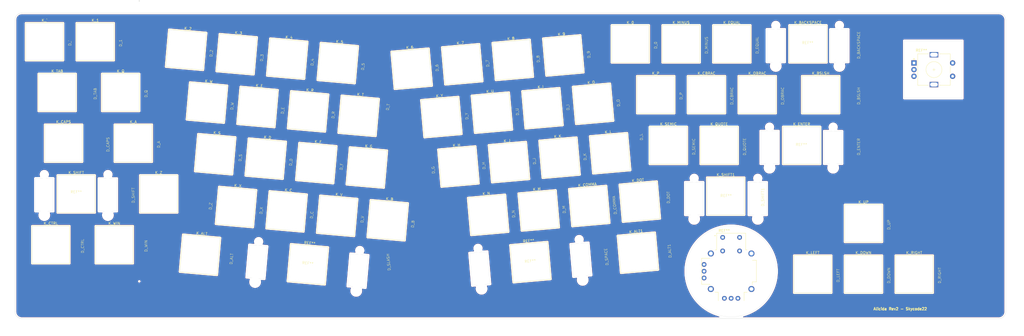
<source format=kicad_pcb>
(kicad_pcb (version 20221018) (generator pcbnew)
  (layers (0 "F.Cu" signal) (31 "B.Cu" signal) (34 "B.Paste" user) (35 "F.Paste" user) (36 "B.SilkS" user "B.Silkscreen") (37 "F.SilkS" user "F.Silkscreen") (38 "B.Mask" user) (39 "F.Mask" user) (44 "Edge.Cuts" user))
  (net 0 "")
  (footprint "Switch_Keyboard_Hotswap_Kailh:SW_Kailh_MX_top plate" (layer "F.Cu") (at 44.633199 172.93777)
    (fp_text reference "K_CTRL" (at 0 -8) (layer "F.SilkS"))
    (fp_text value "KEYSW")
    (fp_rect (start -6.97 -6.97) (end 6.98 6.98) (stroke (width 0.05)) (fill none) (layer "Edge.Cuts"))
  )
  (footprint "keyboard_parts:nothing" (layer "F.Cu") (at 281.690149 117.117376 90)
    (fp_text reference "D_P" (at 0 -0.5 90 unlocked) (layer "F.SilkS") (effects (font (thickness 0.1))))
    (fp_text value "D")
  )
  (footprint "Switch_Keyboard_Hotswap_Kailh:SW_Kailh_MX_top plate" (layer "F.Cu") (at 171.07145 163.762626 -5)
    (fp_text reference "K_B" (at 0 -8 -5) (layer "F.SilkS"))
    (fp_text value "KEYSW")
    (fp_rect (start -6.97 -6.97) (end 6.98 6.98) (stroke (width 0.05)) (fill none) (layer "Edge.Cuts"))
  )
  (footprint "Switch_Keyboard_Hotswap_Kailh:SW_Kailh_MX_top plate" (layer "F.Cu") (at 349.647649 164.927376)
    (fp_text reference "K_UP" (at 0 -8) (layer "F.SilkS"))
    (fp_text value "KEYSW")
    (fp_rect (start -6.97 -6.97) (end 6.98 6.98) (stroke (width 0.05)) (fill none) (layer "Edge.Cuts"))
  )
  (footprint "keyboard_parts:nothing" (layer "F.Cu") (at 57.039449 173.43777 90)
    (fp_text reference "D_CTRL" (at 0 -0.5 90 unlocked) (layer "F.SilkS") (effects (font (thickness 0.1))))
    (fp_text value "D")
  )
  (footprint "keyboard_parts:nothing" (layer "F.Cu") (at 291.215149 98.067376 90)
    (fp_text reference "D_MINUS" (at 0 -0.5 90 unlocked) (layer "F.SilkS") (effects (font (thickness 0.1))))
    (fp_text value "D")
  )
  (footprint "Switch_Keyboard_Hotswap_Kailh:SW_Kailh_MX_top plate" (layer "F.Cu") (at 281.190149 97.567376)
    (fp_text reference "K_MINUS" (at 0 -8) (layer "F.SilkS"))
    (fp_text value "KEYSW")
    (fp_rect (start -6.97 -6.97) (end 6.98 6.98) (stroke (width 0.05)) (fill none) (layer "Edge.Cuts"))
  )
  (footprint "Switch_Keyboard_Hotswap_Kailh:SW_Kailh_MX_top plate" (layer "F.Cu") (at 49.395699 134.83777)
    (fp_text reference "K_CAPS" (at 0 -8) (layer "F.SilkS"))
    (fp_text value "KEYSW")
    (fp_rect (start -6.97 -6.97) (end 6.98 6.98) (stroke (width 0.05)) (fill none) (layer "Edge.Cuts"))
  )
  (footprint "keyboard_parts:nothing" (layer "F.Cu") (at 276.927649 155.217376 90)
    (fp_text reference "D_DOT" (at 0 -0.5 90 unlocked) (layer "F.SilkS") (effects (font (thickness 0.1))))
    (fp_text value "D")
  )
  (footprint "keyboard_parts:nothing" (layer "F.Cu") (at 154.208778 143.666475 85)
    (fp_text reference "D_F" (at 0 -0.5 85 unlocked) (layer "F.SilkS") (effects (font (thickness 0.1))))
    (fp_text value "D")
  )
  (footprint "COM-09032:XDCR_COM-09032" (layer "F.Cu") (at 299.977649 182.897376)
    (fp_text reference "REF**" (at -2.625 -15.235) (layer "F.SilkS"))
    (fp_text value "XDCR_COM-09032")
    (pad "B1A" thru_hole circle (at -3.175 -12.7) (size 1.778 1.778) (drill 0.9) (layers "*.Cu" "*.Mask"))
    (pad "B1B" thru_hole circle (at 3.175 -12.7) (size 1.778 1.778) (drill 0.9) (layers "*.Cu" "*.Mask"))
    (pad "B2A" thru_hole circle (at -3.175 -7.62) (size 1.778 1.778) (drill 0.9) (layers "*.Cu" "*.Mask"))
    (pad "B2B" thru_hole circle (at 3.175 -7.62) (size 1.778 1.778) (drill 0.9) (layers "*.Cu" "*.Mask"))
    (pad "H1" thru_hole circle (at -2.54 10.16) (size 1.778 1.778) (drill 0.889) (layers "*.Cu" "*.Mask"))
    (pad "H2" thru_hole circle (at 0 10.16) (size 1.778 1.778) (drill 0.889) (layers "*.Cu" "*.Mask"))
    (pad "H3" thru_hole circle (at 2.54 10.16) (size 1.778 1.778) (drill 0.889) (layers "*.Cu" "*.Mask"))
    (pad "S1" thru_hole circle (at -7.62 -6.6675) (size 2.286 2.286) (drill 1.397) (layers "*.Cu" "*.Mask"))
    (pad "S2" thru_hole circle (at -7.62 6.6675) (size 2.286 2.286) (drill 1.397) (layers "*.Cu" "*.Mask"))
    (pad "S3" thru_hole circle (at 7.62 6.6675) (size 2.286 2.286) (drill 1.397) (layers "*.Cu" "*.Mask"))
    (pad "S4" thru_hole circle (at 7.62 -6.6675) (size 2.286 2.286) (drill 1.397) (layers "*.Cu" "*.Mask"))
    (pad "V1" thru_hole circle (at -10.16 -2.54) (size 1.778 1.778) (drill 0.889) (layers "*.Cu" "*.Mask"))
    (pad "V2" thru_hole circle (at -10.16 0) (size 1.778 1.778) (drill 0.889) (layers "*.Cu" "*.Mask"))
    (pad "V3" thru_hole circle (at -10.16 2.54) (size 1.778 1.778) (drill 0.889) (layers "*.Cu" "*.Mask"))
  )
  (footprint "Switch_Keyboard_Hotswap_Kailh:SW_Kailh_MX_top plate" (layer "F.Cu") (at 246.722987 158.413492 5)
    (fp_text reference "K_COMMA" (at 0 -8 5) (layer "F.SilkS"))
    (fp_text value "KEYSW")
    (fp_rect (start -6.97 -6.97) (end 6.98 6.98) (stroke (width 0.05)) (fill none) (layer "Edge.Cuts"))
  )
  (footprint "keyboard_parts:nothing" (layer "F.Cu") (at 71.326949 97.23777 90)
    (fp_text reference "D_1" (at 0 -0.5 90 unlocked) (layer "F.SilkS") (effects (font (thickness 0.1))))
    (fp_text value "D")
  )
  (footprint "keyboard_parts:nothing" (layer "F.Cu") (at 171.66257 121.36228 80)
    (fp_text reference "D_T" (at 0 -0.5 80 unlocked) (layer "F.SilkS") (effects (font (thickness 0.1))))
    (fp_text value "D")
  )
  (footprint "keyboard_parts:nothing" (layer "F.Cu") (at 209.073069 104.841039 95)
    (fp_text reference "D_7" (at 0 -0.5 95 unlocked) (layer "F.SilkS") (effects (font (thickness 0.1))))
    (fp_text value "D")
  )
  (footprint "keyboard_parts:nothing" (layer "F.Cu") (at 132.147208 122.613571 85)
    (fp_text reference "D_E" (at 0 -0.5 85 unlocked) (layer "F.SilkS") (effects (font (thickness 0.1))))
    (fp_text value "D")
  )
  (footprint "Switch_Keyboard_Hotswap_Kailh:SW_Kailh_MX_top plate" (layer "F.Cu") (at 103.226426 119.58142 -5)
    (fp_text reference "K_W" (at 0 -8 -5) (layer "F.SilkS"))
    (fp_text value "KEYSW")
    (fp_rect (start -6.97 -6.97) (end 6.98 6.98) (stroke (width 0.05)) (fill none) (layer "Edge.Cuts"))
  )
  (footprint "Switch_Keyboard_Hotswap_Kailh:SW_Kailh_MX_top plate" (layer "F.Cu") (at 160.158953 124.56237 -5)
    (fp_text reference "K_T" (at 0 -8 -5) (layer "F.SilkS"))
    (fp_text value "KEYSW")
    (fp_rect (start -6.97 -6.97) (end 6.98 6.98) (stroke (width 0.05)) (fill none) (layer "Edge.Cuts"))
  )
  (footprint "keyboard_parts:nothing" (layer "F.Cu") (at 253.669356 177.43044 95)
    (fp_text reference "D_SPACE" (at 0 -0.5 95 unlocked) (layer "F.SilkS") (effects (font (thickness 0.1))))
    (fp_text value "D")
  )
  (footprint "Switch_Keyboard_Hotswap_Kailh:SW_Kailh_MX_top plate" (layer "F.Cu") (at 152.330516 104.754703 -5)
    (fp_text reference "K_5" (at 0 -8 -5) (layer "F.SilkS"))
    (fp_text value "KEYSW")
    (fp_rect (start -6.97 -6.97) (end 6.98 6.98) (stroke (width 0.05)) (fill none) (layer "Edge.Cuts"))
  )
  (footprint "keyboard_parts:nothing" (layer "F.Cu") (at 143.059706 161.813827 85)
    (fp_text reference "D_C" (at 0 -0.5 85 unlocked) (layer "F.SilkS") (effects (font (thickness 0.1))))
    (fp_text value "D")
  )
  (footprint "keyboard_parts:nothing" (layer "F.Cu") (at 220.222142 122.988389 95)
    (fp_text reference "D_U" (at 0 -0.5 95 unlocked) (layer "F.SilkS") (effects (font (thickness 0.1))))
    (fp_text value "D")
  )
  (footprint "Switch_Keyboard_Hotswap_Kailh:SW_Kailh_MX_top plate" (layer "F.Cu") (at 114.138924 158.781675 -5)
    (fp_text reference "K_X" (at 0 -8 -5) (layer "F.SilkS"))
    (fp_text value "KEYSW")
    (fp_rect (start -6.97 -6.97) (end 6.98 6.98) (stroke (width 0.05)) (fill none) (layer "Edge.Cuts"))
  )
  (footprint "Switch_Keyboard_Hotswap_Kailh:SW_Kailh_MX_top plate" (layer "F.Cu") (at 85.114449 153.88777)
    (fp_text reference "K_Z" (at 0 -8) (layer "F.SilkS"))
    (fp_text value "KEYSW")
    (fp_rect (start -6.97 -6.97) (end 6.98 6.98) (stroke (width 0.05)) (fill none) (layer "Edge.Cuts"))
  )
  (footprint "keyboard_parts:nothing" (layer "F.Cu") (at 312.377649 155.092376 90)
    (fp_text reference "D_SHIFT1" (at 0 -0.5 90 unlocked) (layer "F.SilkS") (effects (font (thickness 0.1))))
    (fp_text value "D")
  )
  (footprint "Switch_Keyboard_Hotswap_Kailh:SW_Kailh_MX_top plate" (layer "F.Cu") (at 61.301949 96.73777)
    (fp_text reference "K_1" (at 0 -8) (layer "F.SilkS"))
    (fp_text value "KEYSW")
    (fp_rect (start -6.97 -6.97) (end 6.98 6.98) (stroke (width 0.05)) (fill none) (layer "Edge.Cuts"))
  )
  (footprint "Switch_Keyboard_Hotswap_Kailh:SW_Kailh_MX_top plate" (layer "F.Cu") (at 122.203934 121.241736 -5)
    (fp_text reference "K_E" (at 0 -8 -5) (layer "F.SilkS"))
    (fp_text value "KEYSW")
    (fp_rect (start -6.97 -6.97) (end 6.98 6.98) (stroke (width 0.05)) (fill none) (layer "Edge.Cuts"))
  )
  (footprint "keyboard_parts:nothing" (layer "F.Cu") (at 305.502649 136.167376 90)
    (fp_text reference "D_QUOTE" (at 0 -0.5 90 unlocked) (layer "F.SilkS") (effects (font (thickness 0.1))))
    (fp_text value "D")
  )
  (footprint "Switch_Keyboard_Hotswap_Kailh:SW_Kailh_MX_top plate" (layer "F.Cu") (at 47.014449 115.78777)
    (fp_text reference "K_TAB" (at 0 -8) (layer "F.SilkS"))
    (fp_text value "KEYSW")
    (fp_rect (start -6.97 -6.97) (end 6.98 6.98) (stroke (width 0.05)) (fill none) (layer "Edge.Cuts"))
  )
  (footprint "Switch_Keyboard_Hotswap_Kailh:SW_Kailh_MX_top plate" (layer "F.Cu") (at 326.433899 135.667376)
    (fp_text reference "K_ENTER" (at 0 -8) (layer "F.SilkS"))
    (fp_text value "KEYSW")
    (fp_rect (start -6.97 -6.97) (end 6.98 6.98) (stroke (width 0.05)) (fill none) (layer "Edge.Cuts"))
  )
  (footprint "keyboard_parts:nothing" (layer "F.Cu") (at 116.25376 140.345841 85)
    (fp_text reference "D_S" (at 0 -0.5 85 unlocked) (layer "F.SilkS") (effects (font (thickness 0.1))))
    (fp_text value "D")
  )
  (footprint "Mounting_Keyboard_Stabilizer:top plate stab" (layer "F.Cu") (at 298.049649 155.002376)
    (fp_text reference "REF**" (at 0.013 -0.44 unlocked) (layer "F.SilkS") (effects (font (thickness 0.1))))
    (fp_text value "top plate stab")
    (fp_rect (start -15.31 -5.56) (end -8.57 6.78) (stroke (width 0.05)) (fill none) (layer "Edge.Cuts"))
    (fp_rect (start 8.53 -5.52) (end 15.3 6.78) (stroke (width 0.05)) (fill none) (layer "Edge.Cuts"))
    (pad "" np_thru_hole circle (at -11.948 -6.975) (size 3.048 3.048) (drill 3.048) (layers "F&B.Cu" "*.Mask"))
    (pad "" np_thru_hole circle (at -11.948 8.235) (size 3.9878 3.9878) (drill 3.9878) (layers "F&B.Cu" "*.Mask"))
    (pad "" np_thru_hole circle (at 11.928 -6.975) (size 3.048 3.048) (drill 3.048) (layers "F&B.Cu" "*.Mask"))
    (pad "" np_thru_hole circle (at 11.928 8.235) (size 3.9878 3.9878) (drill 3.9878) (layers "F&B.Cu" "*.Mask"))
  )
  (footprint "keyboard_parts:nothing" (layer "F.Cu") (at 188.671818 144.871453 95)
    (fp_text reference "D_G" (at 0 -0.5 95 unlocked) (layer "F.SilkS") (effects (font (thickness 0.1))))
    (fp_text value "D")
  )
  (footprint "keyboard_parts:nothing" (layer "F.Cu") (at 247.028087 101.520404 95)
    (fp_text reference "D_9" (at 0 -0.5 95 unlocked) (layer "F.SilkS") (effects (font (thickness 0.1))))
    (fp_text value "D")
  )
  (footprint "Switch_Keyboard_Hotswap_Kailh:SW_Kailh_MX_top plate" (layer "F.Cu") (at 125.287995 140.634325 -5)
    (fp_text reference "K_D" (at 0 -8 -5) (layer "F.SilkS"))
    (fp_text value "KEYSW")
    (fp_rect (start -6.97 -6.97) (end 6.98 6.98) (stroke (width 0.05)) (fill none) (layer "Edge.Cuts"))
  )
  (footprint "keyboard_parts:nothing" (layer "F.Cu") (at 319.790149 117.117376 90)
    (fp_text reference "D_OBRAC" (at 0 -0.5 90 unlocked) (layer "F.SilkS") (effects (font (thickness 0.1))))
    (fp_text value "D")
  )
  (footprint "keyboard_parts:nothing" (layer "F.Cu") (at 340.622649 184.477376 90)
    (fp_text reference "D_LEFT" (at 0 -0.5 90 unlocked) (layer "F.SilkS") (effects (font (thickness 0.1))))
    (fp_text value "D")
  )
  (footprint "Switch_Keyboard_Hotswap_Kailh:SW_Kailh_MX_top plate" (layer "F.Cu") (at 114.375498 101.434069 -5)
    (fp_text reference "K_3" (at 0 -8 -5) (layer "F.SilkS"))
    (fp_text value "KEYSW")
    (fp_rect (start -6.97 -6.97) (end 6.98 6.98) (stroke (width 0.05)) (fill none) (layer "Edge.Cuts"))
  )
  (footprint "Switch_Keyboard_Hotswap_Kailh:SW_Kailh_MX_top plate" (layer "F.Cu") (at 210.191712 123.364029 5)
    (fp_text reference "K_U" (at 0 -8 5) (layer "F.SilkS"))
    (fp_text value "KEYSW")
    (fp_rect (start -6.97 -6.97) (end 6.98 6.98) (stroke (width 0.05)) (fill none) (layer "Edge.Cuts"))
  )
  (footprint "keyboard_parts:nothing" (layer "F.Cu") (at 85.614449 135.33777 90)
    (fp_text reference "D_A" (at 0 -0.5 90 unlocked) (layer "F.SilkS") (effects (font (thickness 0.1))))
    (fp_text value "D")
  )
  (footprint "Switch_Keyboard_Hotswap_Kailh:SW_Kailh_MX_top plate" (layer "F.Cu") (at 100.617664 176.721485 -5)
    (fp_text reference "K_ALT" (at 0 -8 -5) (layer "F.SilkS"))
    (fp_text value "KEYSW")
    (fp_rect (start -6.97 -6.97) (end 6.98 6.98) (stroke (width 0.05)) (fill none) (layer "Edge.Cuts"))
  )
  (footprint "keyboard_parts:nothing" (layer "F.Cu") (at 266.751181 132.434463 95)
    (fp_text reference "D_L" (at 0 -0.5 95 unlocked) (layer "F.SilkS") (effects (font (thickness 0.1))))
    (fp_text value "D")
  )
  (footprint "keyboard_parts:nothing" (layer "F.Cu") (at 237.775906 159.69817 95)
    (fp_text reference "D_M" (at 0 -0.5 95 unlocked) (layer "F.SilkS") (effects (font (thickness 0.1))))
    (fp_text value "D")
  )
  (footprint "keyboard_parts:nothing" (layer "F.Cu") (at 359.672649 165.427376 90)
    (fp_text reference "D_UP" (at 0 -0.5 90 unlocked) (layer "F.SilkS") (effects (font (thickness 0.1))))
    (fp_text value "D")
  )
  (footprint "Mounting_Keyboard_Stabilizer:top plate stab" (layer "F.Cu") (at 54.131449 153.58277)
    (fp_text reference "REF**" (at 0.013 -0.44 unlocked) (layer "F.SilkS") (effects (font (thickness 0.1))))
    (fp_text value "top plate stab")
    (fp_rect (start -15.31 -5.56) (end -8.57 6.78) (stroke (width 0.05)) (fill none) (layer "Edge.Cuts"))
    (fp_rect (start 8.53 -5.52) (end 15.3 6.78) (stroke (width 0.05)) (fill none) (layer "Edge.Cuts"))
    (pad "" np_thru_hole circle (at -11.948 -6.975) (size 3.048 3.048) (drill 3.048) (layers "F&B.Cu" "*.Mask"))
    (pad "" np_thru_hole circle (at -11.948 8.235) (size 3.9878 3.9878) (drill 3.9878) (layers "F&B.Cu" "*.Mask"))
    (pad "" np_thru_hole circle (at 11.928 -6.975) (size 3.048 3.048) (drill 3.048) (layers "F&B.Cu" "*.Mask"))
    (pad "" np_thru_hole circle (at 11.928 8.235) (size 3.9878 3.9878) (drill 3.9878) (layers "F&B.Cu" "*.Mask"))
  )
  (footprint "Switch_Keyboard_Hotswap_Kailh:SW_Kailh_MX_top plate" (layer "F.Cu") (at 229.169221 121.703712 5)
    (fp_text reference "K_I" (at 0 -8 5) (layer "F.SilkS"))
    (fp_text value "KEYSW")
    (fp_rect (start -6.97 -6.97) (end 6.98 6.98) (stroke (width 0.05)) (fill none) (layer "Edge.Cuts"))
  )
  (footprint "keyboard_parts:nothing" (layer "F.Cu") (at 207.649327 143.211135 95)
    (fp_text reference "D_H" (at 0 -0.5 95 unlocked) (layer "F.SilkS") (effects (font (thickness 0.1))))
    (fp_text value "D")
  )
  (footprint "Switch_Keyboard_Hotswap_Kailh:SW_Kailh_MX_top plate" (layer "F.Cu") (at 163.243013 143.954958 -5)
    (fp_text reference "K_G" (at 0 -8 -5) (layer "F.SilkS"))
    (fp_text value "KEYSW")
    (fp_rect (start -6.97 -6.97) (end 6.98 6.98) (stroke (width 0.05)) (fill none) (layer "Edge.Cuts"))
  )
  (footprint "keyboard_parts:nothing" (layer "F.Cu") (at 348.365149 136.167376 90)
    (fp_text reference "D_ENTER" (at 0 -0.5 90 unlocked) (layer "F.SilkS") (effects (font (thickness 0.1))))
    (fp_text value "D")
  )
  (footprint "Switch_Keyboard_Hotswap_Kailh:SW_Kailh_MX_top plate" (layer "F.Cu") (at 248.14673 120.043395 5)
    (fp_text reference "K_O" (at 0 -8 5) (layer "F.SilkS"))
    (fp_text value "KEYSW")
    (fp_rect (start -6.97 -6.97) (end 6.98 6.98) (stroke (width 0.05)) (fill none) (layer "Edge.Cuts"))
  )
  (footprint "Switch_Keyboard_Hotswap_Kailh:SW_Kailh_MX_top plate" (layer "F.Cu") (at 328.815149 97.567376)
    (fp_text reference "K_BACKSPACE" (at 0 -8) (layer "F.SilkS"))
    (fp_text value "KEYSW")
    (fp_rect (start -6.97 -6.97) (end 6.98 6.98) (stroke (width 0.05)) (fill none) (layer "Edge.Cuts"))
  )
  (footprint "keyboard_parts:nothing" (layer "F.Cu") (at 256.753416 158.037853 95)
    (fp_text reference "D_COMMA" (at 0 -0.5 95 unlocked) (layer "F.SilkS") (effects (font (thickness 0.1))))
    (fp_text value "D")
  )
  (footprint "keyboard_parts:nothing" (layer "F.Cu") (at 239.19965 121.328073 95)
    (fp_text reference "D_I" (at 0 -0.5 95 unlocked) (layer "F.SilkS") (effects (font (thickness 0.1))))
    (fp_text value "D")
  )
  (footprint "keyboard_parts:nothing" (layer "F.Cu") (at 80.851949 173.43777 90)
    (fp_text reference "D_WIN" (at 0 -0.5 90 unlocked) (layer "F.SilkS") (effects (font (thickness 0.1))))
    (fp_text value "D")
  )
  (footprint "Switch_Keyboard_Hotswap_Kailh:SW_Kailh_MX_top plate" (layer "F.Cu") (at 42.251949 96.73777)
    (fp_text reference "K_`" (at 0 -8) (layer "F.SilkS"))
    (fp_text value "KEYSW")
    (fp_rect (start -6.97 -6.97) (end 6.98 6.98) (stroke (width 0.05)) (fill none) (layer "Edge.Cuts"))
  )
  (footprint "keyboard_parts:nothing" (layer "F.Cu") (at 201.244633 124.648706 95)
    (fp_text reference "D_Y" (at 0 -0.5 95 unlocked) (layer "F.SilkS") (effects (font (thickness 0.1))))
    (fp_text value "D")
  )
  (footprint "Switch_Keyboard_Hotswap_Kailh:SW_Kailh_MX_top plate" (layer "F.Cu") (at 271.665149 116.617376)
    (fp_text reference "K_P" (at 0 -8) (layer "F.SilkS"))
    (fp_text value "KEYSW")
    (fp_rect (start -6.97 -6.97) (end 6.98 6.98) (stroke (width 0.05)) (fill none) (layer "Edge.Cuts"))
  )
  (footprint "keyboard_parts:nothing" (layer "F.Cu") (at 105.104689 158.493192 85)
    (fp_text reference "D_Z" (at 0 -0.5 85 unlocked) (layer "F.SilkS") (effects (font (thickness 0.1))))
    (fp_text value "D")
  )
  (footprint "Switch_Keyboard_Hotswap_Kailh:SW_Kailh_MX_top plate" (layer "F.Cu") (at 295.477649 135.667376)
    (fp_text reference "K_QUOTE" (at 0 -8) (layer "F.SilkS"))
    (fp_text value "KEYSW")
    (fp_rect (start -6.97 -6.97) (end 6.98 6.98) (stroke (width 0.05)) (fill none) (layer "Edge.Cuts"))
  )
  (footprint "Switch_Keyboard_Hotswap_Kailh:SW_Kailh_MX_top plate" (layer "F.Cu") (at 208.767968 161.734125 5)
    (fp_text reference "K_N" (at 0 -8 5) (layer "F.SilkS"))
    (fp_text value "KEYSW")
    (fp_rect (start -6.97 -6.97) (end 6.98 6.98) (stroke (width 0.05)) (fill none) (layer "Edge.Cuts"))
  )
  (footprint "keyboard_parts:nothing" (layer "F.Cu") (at 272.165149 98.067376 90)
    (fp_text reference "D_0" (at 0 -0.5 90 unlocked) (layer "F.SilkS") (effects (font (thickness 0.1))))
    (fp_text value "D")
  )
  (footprint "Switch_Keyboard_Hotswap_Kailh:SW_Kailh_MX_top plate" (layer "F.Cu") (at 236.997659 101.896044 5)
    (fp_text reference "K_9" (at 0 -8 5) (layer "F.SilkS"))
    (fp_text value "KEYSW")
    (fp_rect (start -6.97 -6.97) (end 6.98 6.98) (stroke (width 0.05)) (fill none) (layer "Edge.Cuts"))
  )
  (footprint "keyboard_parts:nothing" (layer "F.Cu") (at 113.169699 120.953253 85)
    (fp_text reference "D_W" (at 0 -0.5 85 unlocked) (layer "F.SilkS") (effects (font (thickness 0.1))))
    (fp_text value "D")
  )
  (footprint "keyboard_parts:nothing" (layer "F.Cu") (at 228.050579 103.180722 95)
    (fp_text reference "D_8" (at 0 -0.5 95 unlocked) (layer "F.SilkS") (effects (font (thickness 0.1))))
    (fp_text value "D")
  )
  (footprint "Switch_Keyboard_Hotswap_Kailh:SW_Kailh_MX_top plate" (layer "F.Cu") (at 133.353007 103.094386 -5)
    (fp_text reference "K_4" (at 0 -8 -5) (layer "F.SilkS"))
    (fp_text value "KEYSW")
    (fp_rect (start -6.97 -6.97) (end 6.98 6.98) (stroke (width 0.05)) (fill none) (layer "Edge.Cuts"))
  )
  (footprint "Switch_Keyboard_Hotswap_Kailh:SW_Kailh_MX_top plate" (layer "F.Cu") (at 141.181443 122.902053 -5)
    (fp_text reference "K_R" (at 0 -8 -5) (layer "F.SilkS"))
    (fp_text value "KEYSW")
    (fp_rect (start -6.97 -6.97) (end 6.98 6.98) (stroke (width 0.05)) (fill none) (layer "Edge.Cuts"))
  )
  (footprint "keyboard_parts:nothing" (layer "F.Cu") (at 218.798397 161.358486 95)
    (fp_text reference "D_N" (at 0 -0.5 95 unlocked) (layer "F.SilkS") (effects (font (thickness 0.1))))
    (fp_text value "D")
  )
  (footprint "Switch_Keyboard_Hotswap_Kailh:SW_Kailh_MX_top plate" (layer "F.Cu") (at 262.140149 97.567376)
    (fp_text reference "K_0" (at 0 -8) (layer "F.SilkS"))
    (fp_text value "KEYSW")
    (fp_rect (start -6.97 -6.97) (end 6.98 6.98) (stroke (width 0.05)) (fill none) (layer "Edge.Cuts"))
  )
  (footprint "keyboard_parts:nothing" (layer "F.Cu") (at 162.27379 106.126536 85)
    (fp_text reference "D_5" (at 0 -0.5 85 unlocked) (layer "F.SilkS") (effects (font (thickness 0.1))))
    (fp_text value "D")
  )
  (footprint "Switch_Keyboard_Hotswap_Kailh:SW_Kailh_MX_top plate" (layer "F.Cu") (at 191.214203 125.024345 5)
    (fp_text reference "K_Y" (at 0 -8 5) (layer "F.SilkS"))
    (fp_text value "KEYSW")
    (fp_rect (start -6.97 -6.97) (end 6.98 6.98) (stroke (width 0.05)) (fill none) (layer "Edge.Cuts"))
  )
  (footprint "Switch_Keyboard_Hotswap_Kailh:SW_Kailh_MX_top plate" (layer "F.Cu") (at 218.02015 103.556361 5)
    (fp_text reference "K_8" (at 0 -8 5) (layer "F.SilkS"))
    (fp_text value "KEYSW")
    (fp_rect (start -6.97 -6.97) (end 6.98 6.98) (stroke (width 0.05)) (fill none) (layer "Edge.Cuts"))
  )
  (footprint "Switch_Keyboard_Hotswap_Kailh:SW_Kailh_MX_top plate" (layer "F.Cu") (at 368.697649 183.977376)
    (fp_text reference "K_RIGHT" (at 0 -8) (layer "F.SilkS"))
    (fp_text value "KEYSW")
    (fp_rect (start -6.97 -6.97) (end 6.98 6.98) (stroke (width 0.05)) (fill none) (layer "Edge.Cuts"))
  )
  (footprint "keyboard_parts:nothing" (layer "F.Cu") (at 286.452649 136.167376 90)
    (fp_text reference "D_SEMIC" (at 0 -0.5 90 unlocked) (layer "F.SilkS") (effects (font (thickness 0.1))))
    (fp_text value "D")
  )
  (footprint "Switch_Keyboard_Hotswap_Kailh:SW_Kailh_MX_top plate" (layer "F.Cu") (at 309.765149 116.617376)
    (fp_text reference "K_OBRAC" (at 0 -8) (layer "F.SilkS"))
    (fp_text value "KEYSW")
    (fp_rect (start -6.97 -6.97) (end 6.98 6.98) (stroke (width 0.05)) (fill none) (layer "Edge.Cuts"))
  )
  (footprint "keyboard_parts:nothing" (layer "F.Cu") (at 80.851949 116.28777 90)
    (fp_text reference "D_Q" (at 0 -0.5 90 unlocked) (layer "F.SilkS") (effects (font (thickness 0.1))))
    (fp_text value "D")
  )
  (footprint "keyboard_parts:nothing" (layer "F.Cu") (at 171.908958 179.439265 95)
    (fp_text reference "D_SLASH" (at 0 -0.5 95 unlocked) (layer "F.SilkS") (effects (font (thickness 0.1))))
    (fp_text value "D")
  )
  (footprint "keyboard_parts:nothing" (layer "F.Cu") (at 112.933127 178.300859 85)
    (fp_text reference "D_ALT" (at 0 -0.5 85 unlocked) (layer "F.SilkS") (effects (font (thickness 0.1))))
    (fp_text value "D")
  )
  (footprint "Switch_Keyboard_Hotswap_Kailh:SW_Kailh_MX_top plate" (layer "F.Cu") (at 68.445699 172.93777)
    (fp_text reference "K_WIN" (at 0 -8) (layer "F.SilkS"))
    (fp_text value "KEYSW")
    (fp_rect (start -6.97 -6.97) (end 6.98 6.98) (stroke (width 0.05)) (fill none) (layer "Edge.Cuts"))
  )
  (footprint "Switch_Keyboard_Hotswap_Kailh:SW_Kailh_MX_top plate" (layer "F.Cu") (at 290.715149 116.617376)
    (fp_text reference "K_CBRAC" (at 0 -8) (layer "F.SilkS"))
    (fp_text value "KEYSW")
    (fp_rect (start -6.97 -6.97) (end 6.98 6.98) (stroke (width 0.05)) (fill none) (layer "Edge.Cuts"))
  )
  (footprint "Switch_Keyboard_Hotswap_Kailh:SW_Kailh_MX_top plate" (layer "F.Cu") (at 106.310486 138.974008 -5)
    (fp_text reference "K_S" (at 0 -8 -5) (layer "F.SilkS"))
    (fp_text value "KEYSW")
    (fp_rect (start -6.97 -6.97) (end 6.98 6.98) (stroke (width 0.05)) (fill none) (layer "Edge.Cuts"))
  )
  (footprint "Switch_Keyboard_Hotswap_Kailh:SW_Kailh_MX_top plate" (layer "F.Cu") (at 152.093941 162.102309 -5)
    (fp_text reference "K_V" (at 0 -8 -5) (layer "F.SilkS"))
    (fp_text value "KEYSW")
    (fp_rect (start -6.97 -6.97) (end 6.98 6.98) (stroke (width 0.05)) (fill none) (layer "Edge.Cuts"))
  )
  (footprint "Switch_Keyboard_Hotswap_Kailh:SW_Kailh_MX_top plate" (layer "F.Cu") (at 297.935649 154.707376)
    (fp_text reference "K_SHIFT1" (at 0 -8) (layer "F.SilkS"))
    (fp_text value "KEYSW")
    (fp_rect (start -6.97 -6.97) (end 6.98 6.98) (stroke (width 0.05)) (fill none) (layer "Edge.Cuts"))
  )
  (footprint "keyboard_parts:nothing" (layer "F.Cu") (at 135.231269 142.006158 85)
    (fp_text reference "D_D" (at 0 -0.5 85 unlocked) (layer "F.SilkS") (effects (font (thickness 0.1))))
    (fp_text value "D")
  )
  (footprint "Switch_Keyboard_Hotswap_Kailh:SW_Kailh_MX_top plate" (layer "F.Cu") (at 75.589449 134.83777)
    (fp_text reference "K_A" (at 0 -8) (layer "F.SilkS"))
    (fp_text value "KEYSW")
    (fp_rect (start -6.97 -6.97) (end 6.98 6.98) (stroke (width 0.05)) (fill none) (layer "Edge.Cuts"))
  )
  (footprint "keyboard_parts:nothing" (layer "F.Cu") (at 143.296281 104.46622 85)
    (fp_text reference "D_4" (at 0 -0.5 85 unlocked) (layer "F.SilkS") (effects (font (thickness 0.1))))
    (fp_text value "D")
  )
  (footprint "Switch_Keyboard_Hotswap_Kailh:SW_Kailh_MX_top plate" (layer "F.Cu") (at 144.265504 142.294642 -5)
    (fp_text reference "K_F" (at 0 -8 -5) (layer "F.SilkS"))
    (fp_text value "KEYSW")
    (fp_rect (start -6.97 -6.97) (end 6.98 6.98) (stroke (width 0.05)) (fill none) (layer "Edge.Cuts"))
  )
  (footprint "Switch_Keyboard_Hotswap_Kailh:SW_Kailh_MX_top plate" (layer "F.Cu") (at 330.597649 183.977376)
    (fp_text reference "K_LEFT" (at 0 -8) (layer "F.SilkS"))
    (fp_text value "KEYSW")
    (fp_rect (start -6.97 -6.97) (end 6.98 6.98) (stroke (width 0.05)) (fill none) (layer "Edge.Cuts"))
  )
  (footprint "Switch_Keyboard_Hotswap_Kailh:SW_Kailh_MX_top plate" (layer "F.Cu") (at 264.988624 175.938223 5)
    (fp_text reference "K_ALT1" (at 0 -8 5) (layer "F.SilkS"))
    (fp_text value "KEYSW")
    (fp_rect (start -6.97 -6.97) (end 6.98 6.98) (stroke (width 0.05)) (fill none) (layer "Edge.Cuts"))
  )
  (footprint "Switch_Keyboard_Hotswap_Kailh:SW_Kailh_MX_top plate" (layer "F.Cu") (at 180.065131 106.876995 5)
    (fp_text reference "K_6" (at 0 -8 5) (layer "F.SilkS"))
    (fp_text value "KEYSW")
    (fp_rect (start -6.97 -6.97) (end 6.98 6.98) (stroke (width 0.05)) (fill none) (layer "Edge.Cuts"))
  )
  (footprint "keyboard_parts:nothing" (layer "F.Cu") (at 300.740149 117.117376 90)
    (fp_text reference "D_CBRAC" (at 0 -0.5 90 unlocked) (layer "F.SilkS") (effects (font (thickness 0.1))))
    (fp_text value "D")
  )
  (footprint "keyboard_parts:nothing" (layer "F.Cu") (at 348.365149 98.067376 90)
    (fp_text reference "D_BACKSPACE" (at 0 -0.5 90 unlocked) (layer "F.SilkS") (effects (font (thickness 0.1))))
    (fp_text value "D")
  )
  (footprint "Switch_Keyboard_Hotswap_Kailh:SW_Kailh_MX_top plate" (layer "F.Cu") (at 235.573914 140.266141 5)
    (fp_text reference "K_K" (at 0 -8 5) (layer "F.SilkS"))
    (fp_text value "KEYSW")
    (fp_rect (start -6.97 -6.97) (end 6.98 6.98) (stroke (width 0.05)) (fill none) (layer "Edge.Cuts"))
  )
  (footprint "keyboard_parts:nothing" (layer "F.Cu") (at 52.276949 97.23777 90)
    (fp_text reference "D_`" (at 0 -0.5 90 unlocked) (layer "F.SilkS") (effects (font (thickness 0.1))))
    (fp_text value "D")
  )
  (footprint "Switch_Keyboard_Hotswap_Kailh:SW_Kailh_MX_top plate" (layer "F.Cu") (at 254.551424 138.605824 5)
    (fp_text reference "K_L" (at 0 -8 5) (layer "F.SilkS"))
    (fp_text value "KEYSW")
    (fp_rect (start -6.97 -6.97) (end 6.98 6.98) (stroke (width 0.05)) (fill none) (layer "Edge.Cuts"))
  )
  (footprint "Switch_Keyboard_Hotswap_Kailh:SW_Kailh_MX_top plate" (layer "F.Cu") (at 349.647649 183.977376)
    (fp_text reference "K_DOWN" (at 0 -8) (layer "F.SilkS"))
    (fp_text value "KEYSW")
    (fp_rect (start -6.97 -6.97) (end 6.98 6.98) (stroke (width 0.05)) (fill none) (layer "Edge.Cuts"))
  )
  (footprint "keyboard_parts:nothing" (layer "F.Cu") (at 310.265149 98.067376 90)
    (fp_text reference "D_EQUAL" (at 0 -0.5 90 unlocked) (layer "F.SilkS") (effects (font (thickness 0.1))))
    (fp_text value "D")
  )
  (footprint "keyboard_parts:nothing" (layer "F.Cu") (at 162.037215 163.474143 85)
    (fp_text reference "D_V" (at 0 -0.5 85 unlocked) (layer "F.SilkS") (effects (font (thickness 0.1))))
    (fp_text value "D")
  )
  (footprint "Switch_Keyboard_Hotswap_Kailh:SW_Kailh_MX_top plate" (layer "F.Cu") (at 333.577649 116.617376)
    (fp_text reference "K_BSLSH" (at 0 -8) (layer "F.SilkS"))
    (fp_text value "KEYSW")
    (fp_rect (start -6.97 -6.97) (end 6.98 6.98) (stroke (width 0.05)) (fill none) (layer "Edge.Cuts"))
  )
  (footprint "keyboard_parts:nothing" (layer "F.Cu") (at 182.857966 160.931331 90)
    (fp_text reference "D_B" (at -4.255349 -2.358491 85 unlocked) (layer "F.SilkS") (effects (font (thickness 0.1))))
    (fp_text value "D")
  )
  (footprint "Switch_Keyboard_Hotswap_Kailh:SW_Kailh_MX_top plate" (layer "F.Cu") (at 197.618896 143.586775 5)
    (fp_text reference "K_H" (at 0 -8 5) (layer "F.SilkS"))
    (fp_text value "KEYSW")
    (fp_rect (start -6.97 -6.97) (end 6.98 6.98) (stroke (width 0.05)) (fill none) (layer "Edge.Cuts"))
  )
  (footprint "keyboard_parts:nothing" (layer "F.Cu") (at 151.124718 124.273888 85)
    (fp_text reference "D_R" (at 0 -0.5 85 unlocked) (layer "F.SilkS") (effects (font (thickness 0.1))))
    (fp_text value "D")
  )
  (footprint "Mounting_Keyboard_Stabilizer:3u top plate stab" (layer "F.Cu") (at 224.580168 179.599033 5)
    (fp_text reference "REF**" (at 0.015 -0.5 5 unlocked) (layer "F.SilkS") (effects (font (thickness 0.1))))
    (fp_text value "3u top plate stab")
    (fp_rect (start -22.44 -5.52) (end -15.71 6.77) (stroke (width 0.05)) (fill none) (layer "Edge.Cuts"))
    (fp_rect (start 15.66 -5.51) (end 22.39 6.77) (stroke (width 0.05)) (fill none) (layer "Edge.Cuts"))
    (pad "" np_thru_hole circle (at -19.07 -6.975 5) (size 3.048 3.048) (drill 3.048) (layers "F&B.Cu" "*.Mask"))
    (pad "" np_thru_hole circle (at -19.07 8.235 5) (size 3.9878 3.9878) (drill 3.9878) (layers "F&B.Cu" "*.Mask"))
    (pad "" np_thru_hole circle (at 19.03 -6.975 5) (size 3.048 3.048) (drill 3.048) (layers "F&B.Cu" "*.Mask"))
    (pad "" np_thru_hole circle (at 19.03 8.235 5) (size 3.9878 3.9878) (drill 3.9878) (layers "F&B.Cu" "*.Mask"))
  )
  (footprint "keyboard_parts:nothing" (layer "F.Cu") (at 359.672649 184.477376 90)
    (fp_text reference "D_DOWN" (at 0 -0.5 90 unlocked) (layer "F.SilkS") (effects (font (thickness 0.1))))
    (fp_text value "D")
  )
  (footprint "Switch_Keyboard_Hotswap_Kailh:SW_Kailh_MX_top plate" (layer "F.Cu") (at 199.04264 105.216678 5)
    (fp_text reference "K_7" (at 0 -8 5) (layer "F.SilkS"))
    (fp_text value "KEYSW")
    (fp_rect (start -6.97 -6.97) (end 6.98 6.98) (stroke (width 0.05)) (fill none) (layer "Edge.Cuts"))
  )
  (footprint "Switch_Keyboard_Hotswap_Kailh:SW_Kailh_MX_top plate" (layer "F.Cu") (at 54.158199 153.88777)
    (fp_text reference "K_SHIFT" (at 0 -8) (layer "F.SilkS"))
    (fp_text value "KEYSW")
    (fp_rect (start -6.97 -6.97) (end 6.98 6.98) (stroke (width 0.05)) (fill none) (layer "Edge.Cuts"))
  )
  (footprint "Switch_Keyboard_Hotswap_Kailh:SW_Kailh_MX_top plate" (layer "F.Cu") (at 141.106628 180.293926 -5)
    (fp_text reference "REF**" (at 0 -8 -5) (layer "F.SilkS"))
    (fp_text value "SW_Kailh_MX_top_plate")
    (fp_rect (start -6.97 -6.97) (end 6.98 6.98) (stroke (width 0.05)) (fill none) (layer "Edge.Cuts"))
  )
  (footprint "Switch_Keyboard_Hotswap_Kailh:SW_Kailh_MX_top plate" (layer "F.Cu") (at 227.745477 160.073809 5)
    (fp_text reference "K_M" (at 0 -8 5) (layer "F.SilkS"))
    (fp_text value "KEYSW")
    (fp_rect (start -6.97 -6.97) (end 6.98 6.98) (stroke (width 0.05)) (fill none) (layer "Edge.Cuts"))
  )
  (footprint "keyboard_parts:nothing" (layer "F.Cu") (at 378.722649 184.477376 90)
    (fp_text reference "D_RIGHT" (at 0 -0.5 90 unlocked) (layer "F.SilkS") (effects (font (thickness 0.1))))
    (fp_text value "D")
  )
  (footprint "keyboard_parts:nothing" (layer "F.Cu") (at 124.082198 160.153509 85)
    (fp_text reference "D_X" (at 0 -0.5 85 unlocked) (layer "F.SilkS") (effects (font (thickness 0.1))))
    (fp_text value "D")
  )
  (footprint "Mounting_Keyboard_Stabilizer:top plate stab" (layer "F.Cu") (at 326.339649 135.802376)
    (fp_text reference "REF**" (at 0.013 -0.44 unlocked) (layer "F.SilkS") (effects (font (thickness 0.1))))
    (fp_text value "top plate stab")
    (fp_rect (start -15.31 -5.56) (end -8.57 6.78) (stroke (width 0.05)) (fill none) (layer "Edge.Cuts"))
    (fp_rect (start 8.53 -5.52) (end 15.3 6.78) (stroke (width 0.05)) (fill none) (layer "Edge.Cuts"))
    (pad "" np_thru_hole circle (at -11.948 -6.975) (size 3.048 3.048) (drill 3.048) (layers "F&B.Cu" "*.Mask"))
    (pad "" np_thru_hole circle (at -11.948 8.235) (size 3.9878 3.9878) (drill 3.9878) (layers "F&B.Cu" "*.Mask"))
    (pad "" np_thru_hole circle (at 11.928 -6.975) (size 3.048 3.048) (drill 3.048) (layers "F&B.Cu" "*.Mask"))
    (pad "" np_thru_hole circle (at 11.928 8.235) (size 3.9878 3.9878) (drill 3.9878) (layers "F&B.Cu" "*.Mask"))
  )
  (footprint "Switch_Keyboard_Hotswap_Kailh:SW_Kailh_MX_top plate" (layer "F.Cu") (at 265.700496 156.753175 5)
    (fp_text reference "K_DOT" (at 0 -8 5) (layer "F.SilkS"))
    (fp_text value "KEYSW")
    (fp_rect (start -6.97 -6.97) (end 6.98 6.98) (stroke (width 0.05)) (fill none) (layer "Edge.Cuts"))
  )
  (footprint "Switch_Keyboard_Hotswap_Kailh:SW_Kailh_MX_top plate" (layer "F.Cu") (at 133.116433 160.441992 -5)
    (fp_text reference "K_C" (at 0 -8 -5) (layer "F.SilkS"))
    (fp_text value "KEYSW")
    (fp_rect (start -6.97 -6.97) (end 6.98 6.98) (stroke (width 0.05)) (fill none) (layer "Edge.Cuts"))
  )
  (footprint "Switch_Keyboard_Hotswap_Kailh:SW_Kailh_MX_top plate" (layer "F.Cu") (at 224.64486 179.477934 5)
    (fp_text reference "REF**" (at 0 -8 5) (layer "F.SilkS"))
    (fp_text value "SW_Kailh_MX_top_plate")
    (fp_rect (start -6.97 -6.97) (end 6.98 6.98) (stroke (width 0.05)) (fill none) (layer "Edge.Cuts"))
  )
  (footprint "keyboard_parts:nothing" (layer "F.Cu") (at 76.089449 154.38777 90)
    (fp_text reference "D_SHIFT" (at 0 -0.5 90 unlocked) (layer "F.SilkS") (effects (font (thickness 0.1))))
    (fp_text value "D")
  )
  (footprint "Mounting_Keyboard_Stabilizer:top plate stab" (layer "F.Cu") (at 328.687649 97.607376)
    (fp_text reference "REF**" (at 0.013 -0.44 unlocked) (layer "F.SilkS") (effects (font (thickness 0.1))))
    (fp_text value "top plate stab")
    (fp_rect (start -15.31 -5.56) (end -8.57 6.78) (stroke (width 0.05)) (fill none) (layer "Edge.Cuts"))
    (fp_rect (start 8.53 -5.52) (end 15.3 6.78) (stroke (width 0.05)) (fill none) (layer "Edge.Cuts"))
    (pad "" np_thru_hole circle (at -11.948 -6.975) (size 3.048 3.048) (drill 3.048) (layers "F&B.Cu" "*.Mask"))
    (pad "" np_thru_hole circle (at -11.948 8.235) (size 3.9878 3.9878) (drill 3.9878) (layers "F&B.Cu" "*.Mask"))
    (pad "" np_thru_hole circle (at 11.928 -6.975) (size 3.048 3.048) (drill 3.048) (layers "F&B.Cu" "*.Mask"))
    (pad "" np_thru_hole circle (at 11.928 8.235) (size 3.9878 3.9878) (drill 3.9878) (layers "F&B.Cu" "*.Mask"))
  )
  (footprint "keyboard_parts:nothing" (layer "F.Cu") (at 61.801949 116.28777 90)
    (fp_text reference "D_TAB" (at 0 -0.5 90 unlocked) (layer "F.SilkS") (effects (font (thickness 0.1))))
    (fp_text value "D")
  )
  (footprint "keyboard_parts:nothing" (layer "F.Cu") (at 277.408395 175.259246 95)
    (fp_text reference "D_ALT1" (at 0 -0.5 95 unlocked) (layer "F.SilkS") (effects (font (thickness 0.1))))
    (fp_text value "D")
  )
  (footprint "Mounting_Keyboard_Stabilizer:3u top plate stab" (layer "F.Cu") (at 141.021891 180.401952 -5)
    (fp_text reference "REF**" (at 0.015 -0.5 -5 unlocked) (layer "F.SilkS") (effects (font (thickness 0.1))))
    (fp_text value "3u top plate stab")
    (fp_rect (start -22.44 -5.52) (end -15.71 6.77) (stroke (width 0.05)) (fill none) (layer "Edge.Cuts"))
    (fp_rect (start 15.66 -5.51) (end 22.39 6.77) (stroke (width 0.05)) (fill none) (layer "Edge.Cuts"))
    (pad "" np_thru_hole circle (at -19.07 -6.975 355) (size 3.048 3.048) (drill 3.048) (layers "F&B.Cu" "*.Mask"))
    (pad "" np_thru_hole circle (at -19.07 8.235 355) (size 3.9878 3.9878) (drill 3.9878) (layers "F&B.Cu" "*.Mask"))
    (pad "" np_thru_hole circle (at 19.03 -6.975 355) (size 3.048 3.048) (drill 3.048) (layers "F&B.Cu" "*.Mask"))
    (pad "" np_thru_hole circle (at 19.03 8.235 355) (size 3.9878 3.9878) (drill 3.9878) (layers "F&B.Cu" "*.Mask"))
  )
  (footprint "keyboard_parts:nothing" (layer "F.Cu") (at 245.604345 139.890502 95)
    (fp_text reference "D_K" (at 0 -0.5 95 unlocked) (layer "F.SilkS") (effects (font (thickness 0.1))))
    (fp_text value "D")
  )
  (footprint "keyboard_parts:nothing" (layer "F.Cu") (at 258.17716 119.667756 95)
    (fp_text reference "D_O" (at 0 -0.5 95 unlocked) (layer "F.SilkS") (effects (font (thickness 0.1))))
    (fp_text value "D")
  )
  (footprint "keyboard_parts:nothing" (layer "F.Cu") (at 66.564449 135.33777 90)
    (fp_text reference "D_CAPS" (at 0 -0.5 90 unlocked) (layer "F.SilkS") (effects (font (thickness 0.1))))
    (fp_text value "D")
  )
  (footprint "Switch_Keyboard_Hotswap_Kailh:SW_Kailh_MX_top plate" (layer "F.Cu") (at 95.397988 99.773753 -5)
    (fp_text reference "K_2" (at 0 -8 -5) (layer "F.SilkS"))
    (fp_text value "KEYSW")
    (fp_rect (start -6.97 -6.97) (end 6.98 6.98) (stroke (width 0.05)) (fill none) (layer "Edge.Cuts"))
  )
  (footprint "Switch_Keyboard_Hotswap_Kailh:SW_Kailh_MX_top plate" (layer "F.Cu") (at 276.427649 135.667376)
    (fp_text reference "K_SEMIC" (at 0 -8) (layer "F.SilkS"))
    (fp_text value "KEYSW")
    (fp_rect (start -6.97 -6.97) (end 6.98 6.98) (stroke (width 0.05)) (fill none) (layer "Edge.Cuts"))
  )
  (footprint "Switch_Keyboard_Hotswap_Kailh:SW_Kailh_MX_top plate" (layer "F.Cu") (at 216.596406 141.926457 5)
    (fp_text reference "K_J" (at 0 -8 5) (layer "F.SilkS"))
    (fp_text value "KEYSW")
    (fp_rect (start -6.97 -6.97) (end 6.98 6.98) (stroke (width 0.05)) (fill none) (layer "Edge.Cuts"))
  )
  (footprint "Switch_Keyboard_Hotswap_Kailh:SW_Kailh_MX_top plate" (layer "F.Cu") (at 70.826949 115.78777)
    (fp_text reference "K_Q" (at 0 -8) (layer "F.SilkS"))
    (fp_text value "KEYSW")
    (fp_rect (start -6.97 -6.97) (end 6.98 6.98) (stroke (width 0.05)) (fill none) (layer "Edge.Cuts"))
  )
  (footprint "Rotary_Encoder:RotaryEncoder_Alps_EC11E-Switch_Vertical_H20mm" (layer "F.Cu") (at 368.606557 104.721723)
    (fp_text reference "REF**" (at 2.8 -4.7) (layer "F.SilkS"))
    (fp_text value "RotaryEncoder_Alps_EC11E-Switch_Vertical_H20mm")
    (pad "A" thru_hole rect (at 0 0) (size 2 2) (drill 1) (layers "*.Cu" "*.Mask"))
    (pad "B" thru_hole circle (at 0 5) (size 2 2) (drill 1) (layers "*.Cu" "*.Mask"))
    (pad "C" thru_hole circle (at 0 2.5) (size 2 2) (drill 1) (layers "*.Cu" "*.Mask"))
    (pad "MP" thru_hole rect (at 7.5 -3.1) (size 3.2 2) (drill oval 2.8 1.5) (layers "*.Cu" "*.Mask"))
    (pad "MP" thru_hole rect (at 7.5 8.1) (size 3.2 2) (drill oval 2.8 1.5) (layers "*.Cu" "*.Mask"))
    (pad "S1" thru_hole circle (at 14.5 5) (size 2 2) (drill 1) (layers "*.Cu" "*.Mask"))
    (pad "S2" thru_hole circle (at 14.5 0) (size 2 2) (drill 1) (layers "*.Cu" "*.Mask"))
  )
  (footprint "keyboard_parts:nothing" (layer "F.Cu") (at 226.626836 141.550819 95)
    (fp_text reference "D_J" (at 0 -0.5 95 unlocked) (layer "F.SilkS") (effects (font (thickness 0.1))))
    (fp_text value "D")
  )
  (footprint "Switch_Keyboard_Hotswap_Kailh:SW_Kailh_MX_top plate" (layer "F.Cu") (at 300.240149 97.567376)
    (fp_text reference "K_EQUAL" (at 0 -8) (layer "F.SilkS"))
    (fp_text value "KEYSW")
    (fp_rect (start -6.97 -6.97) (end 6.98 6.98) (stroke (width 0.05)) (fill none) (layer "Edge.Cuts"))
  )
  (footprint "keyboard_parts:nothing" (layer "F.Cu") (at 348.365149 117.117376 90)
    (fp_text reference "D_BSLSH" (at 0 -0.5 90 unlocked) (layer "F.SilkS") (effects (font (thickness 0.1))))
    (fp_text value "D")
  )
  (footprint "keyboard_parts:nothing" (layer "F.Cu") (at 105.341263 101.145586 85)
    (fp_text reference "D_2" (at 0 -0.5 85 unlocked) (layer "F.SilkS") (effects (font (thickness 0.1))))
    (fp_text value "D")
  )
  (footprint "keyboard_parts:nothing" (layer "F.Cu") (at 190.09556 106.501355 95)
    (fp_text reference "D_6" (at 0 -0.5 95 unlocked) (layer "F.SilkS") (effects (font (thickness 0.1))))
    (fp_text value "D")
  )
  (footprint "keyboard_parts:nothing" (layer "F.Cu") (at 124.318772 102.805903 85)
    (fp_text reference "D_3" (at 0 -0.5 85 unlocked) (layer "F.SilkS") (effects (font (thickness 0.1))))
    (fp_text value "D")
  )
  (gr_arc (start 77.825699 81.44277) (mid 77.825699 81.44277) (end 77.825699 81.44277) (stroke (width 0.2)) (layer "Edge.Cuts"))
  (gr_arc (start 31.208096 88.52767) (mid 31.952038 86.731612) (end 33.748096 85.98767) (stroke (width 0.1)) (layer "Edge.Cuts"))
  (gr_rect (start 364.954872 96.369089) (end 386.795621 117.955876) (stroke (width 0.05)) (fill none) (layer "Edge.Cuts"))
  (gr_line (start 400.449155 200.642025) (end 33.748096 200.642025) (stroke (width 0.1)) (layer "Edge.Cuts"))
  (gr_circle (center 299.98838 182.907188) (end 311.344785 195.672589) (stroke (width 0.05)) (fill none) (layer "Edge.Cuts"))
  (gr_line (start 402.989155 88.52767) (end 402.989155 198.102025) (stroke (width 0.1)) (layer "Edge.Cuts"))
  (gr_arc (start 400.449155 85.98767) (mid 402.24519 86.731635) (end 402.989155 88.52767) (stroke (width 0.1)) (layer "Edge.Cuts"))
  (gr_arc (start 402.989155 198.102025) (mid 402.245263 199.898133) (end 400.449155 200.642025) (stroke (width 0.1)) (layer "Edge.Cuts"))
  (gr_line (start 33.748096 85.98767) (end 400.449155 85.98767) (stroke (width 0.1)) (layer "Edge.Cuts"))
  (gr_line (start 31.208096 198.102025) (end 31.208096 88.52767) (stroke (width 0.1)) (layer "Edge.Cuts"))
  (gr_arc (start 77.825699 186.69277) (mid 77.825699 186.69277) (end 77.825699 186.69277) (stroke (width 0.2)) (layer "Edge.Cuts"))
  (gr_arc (start 33.748096 200.642025) (mid 31.952068 199.898053) (end 31.208096 198.102025) (stroke (width 0.1)) (layer "Edge.Cuts"))
  (gr_text "Alicida Rev2 - Skycode22\n" (at 373.619411 197.024913) (layer "F.SilkS") (effects (font (size 1 1) (thickness 0.25)) (justify right)))
  (zone (net 0) (net_name "") (layer "F.Cu") (connect_pads (clearance 0.5)) (min_thickness 0.25) (fill yes (thermal_gap 0.5) (thermal_bridge_width 0.5) (island_removal_mode 1) (island_area_min 9.999999))
    (polygon (pts (xy 26.310394 81.08903) (xy 409.92029 82.23186) (xy 408.396517 204.895601) (xy 25.548507 207.18126)))
  )
  (zone (net 0) (net_name "") (layer "B.Cu") (priority 1) (connect_pads (clearance 0.5)) (min_thickness 0.25) (fill yes (thermal_gap 0.5) (thermal_bridge_width 0.5) (island_removal_mode 1) (island_area_min 9.999999))
    (polygon (pts (xy 26.310394 81.08903) (xy 409.92029 82.23186) (xy 408.396517 204.895601) (xy 25.548507 207.18126)))
  )
)
</source>
